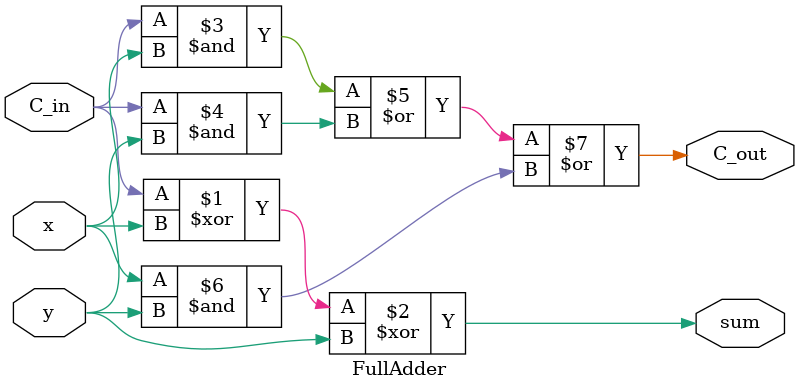
<source format=v>
module RCA #(parameter N = 8) (
        input wire sub,
        input wire [N-1:0] x,
        input wire [N-1:0] y,
        output wire [N-1:0] sum,
        output wire carry,
        output wire overflow
    );
    wire [N:0] C;
    assign C[0] = sub;
    genvar i;
    generate
        for ( i=0; i<N; i=i+1 ) begin: ADDER
            FullAdder FA(
                .C_in(C[i]),
                .x(x[i]),
                .y(y[i] ^ sub),
                .sum(sum[i]),
                .C_out(C[i+1])
            );
        end
    endgenerate
    assign overflow = C[N] ^ C[N-1];
    assign carry = C[N];
endmodule

module FullAdder (
    input wire C_in,
    input wire x,
    input wire y,
    output wire sum,
    output wire C_out
);
    xor SUM(sum, C_in, x, y);
    or CARRY(C_out, (C_in & x), (C_in & y), (x & y));
endmodule
</source>
